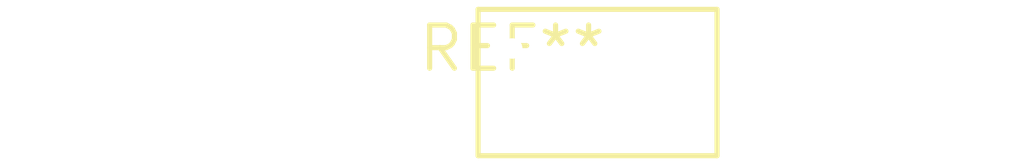
<source format=kicad_pcb>
(kicad_pcb (version 20240108) (generator pcbnew)
  (layers (0 "F.Cu" signal) (31 "B.Cu" signal) (34 "B.Paste" user) (35 "F.Paste" user) (36 "B.SilkS" user "B.Silkscreen") (37 "F.SilkS" user "F.Silkscreen") (38 "B.Mask" user) (39 "F.Mask" user) (44 "Edge.Cuts" user))
  (net 0 "")
  (footprint "RV_Disc_D7mm_W4.3mm_P5mm" (layer "F.Cu") (at 0 0)
    (property "Reference" "REF**")
    (property "Value" "RV_Disc_D7mm_W4.3mm_P5mm")
    (fp_line (start -1 -1.15) (end -1 3.15) (layer "F.SilkS") (stroke (width 0.15)))
    (fp_line (start -1 -1.15) (end 6 -1.15) (layer "F.SilkS") (stroke (width 0.15)))
    (fp_line (start -1 3.15) (end 6 3.15) (layer "F.SilkS") (stroke (width 0.15)))
    (fp_line (start 6 -1.15) (end 6 3.15) (layer "F.SilkS") (stroke (width 0.15)))
    (pad "1" thru_hole circle (at 0 0) (size 1.6 1.6) (drill 0.6) (layers *.Cu *.Mask) (remove_unused_layers))
    (pad "2" thru_hole circle (at 5 2) (size 1.6 1.6) (drill 0.6) (layers *.Cu *.Mask) (remove_unused_layers))
  )
)
</source>
